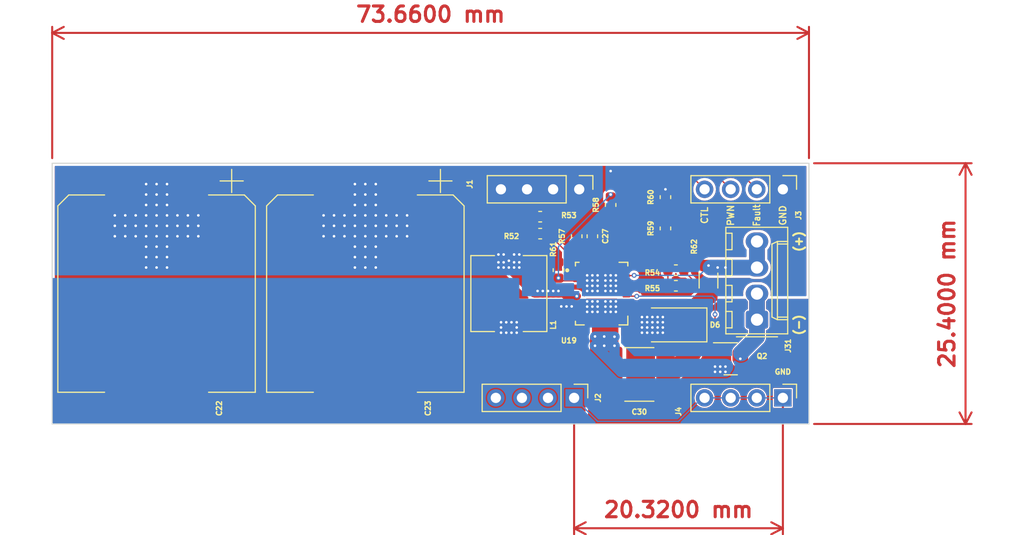
<source format=kicad_pcb>
(kicad_pcb (version 20211014) (generator pcbnew)
  (layers (0 "F.Cu" signal) (31 "B.Cu" signal) (34 "B.Paste" user) (35 "F.Paste" user) (36 "B.SilkS" user "B.Silkscreen") (37 "F.SilkS" user "F.Silkscreen") (38 "B.Mask" user) (39 "F.Mask" user) (44 "Edge.Cuts" user))
  (net 0 "")
  (net 1 "Net-(J31-Pad1)")
  (net 2 "Net-(J31-Pad3)")
  (net 3 "/FB")
  (net 4 "LED_PWM")
  (net 5 "+15V")
  (net 6 "Net-(C27-Pad1)")
  (net 7 "Net-(C30-Pad1)")
  (net 8 "Net-(U19-Pad1)")
  (net 11 "GND2")
  (net 12 "Net-(D6-Pad2)")
  (net 13 "LED_CTL")
  (net 14 "Net-(R59-Pad2)")
  (net 15 "Net-(Q2-Pad1)")
  (net 16 "Net-(R57-Pad1)")
  (net 17 "Net-(R58-Pad2)")
  (net 18 "Net-(R59-Pad1)")
  (net 19 "LED_Open_Fault_B")
  (footprint "Capacitor_SMD:C_0603_1608Metric" (layer "F.Cu") (at 220.218 144.907 180)
    (fp_text reference "R53" (at -2.794 0.127) (layer "F.SilkS") (effects (font (size 0.508 0.508) (thickness 0.127))))
    (fp_text value "100k" hide)
    (pad "1" smd roundrect (at -0.775 0 180) (size 0.9 0.95) (layers "F.Cu" "F.Paste" "F.Mask") (net 8 "Net-(U19-Pad1)"))
    (pad "2" smd roundrect (at 0.775 0 180) (size 0.9 0.95) (layers "F.Cu" "F.Paste" "F.Mask") (net 11 "GND2"))
  )
  (footprint "Capacitor_SMD:C_0603_1608Metric" (layer "F.Cu") (at 225.298 146.812 90)
    (fp_text reference "C27" (at 0 1.27 90) (layer "F.SilkS") (effects (font (size 0.508 0.508) (thickness 0.127))))
    (fp_text value "4.7uF" hide)
    (pad "1" smd roundrect (at -0.775 0 90) (size 0.9 0.95) (layers "F.Cu" "F.Paste" "F.Mask") (net 6 "Net-(C27-Pad1)"))
    (pad "2" smd roundrect (at 0.775 0 90) (size 0.9 0.95) (layers "F.Cu" "F.Paste" "F.Mask") (net 11 "GND2"))
  )
  (footprint "Project:CONV_LT3958EUHE#PBF" (layer "F.Cu") (at 226.2 152.4)
    (fp_text reference "U19" (at -3.188 4.572) (layer "F.SilkS") (effects (font (size 0.508 0.508) (thickness 0.127))))
    (fp_text value "LT3956")
    (pad "1" smd rect (at -2.4 -2.25) (size 0.7 0.25) (layers "F.Cu" "F.Paste" "F.Mask") (net 8 "Net-(U19-Pad1)"))
    (pad "2" smd rect (at -2.4 -1.75) (size 0.7 0.25) (layers "F.Cu" "F.Paste" "F.Mask") (net 8 "Net-(U19-Pad1)"))
    (pad "3" smd rect (at -2.4 -1.25) (size 0.7 0.25) (layers "F.Cu" "F.Paste" "F.Mask") (net 17 "Net-(R58-Pad2)"))
    (pad "4" smd rect (at -2.4 -0.75) (size 0.7 0.25) (layers "F.Cu" "F.Paste" "F.Mask") (net 11 "GND2"))
    (pad "6" smd rect (at -2.4 0.25) (size 0.7 0.25) (layers "F.Cu" "F.Paste" "F.Mask") (net 5 "+15V"))
    (pad "8" smd rect (at -2.4 1.25) (size 0.7 0.25) (layers "F.Cu" "F.Paste" "F.Mask") (net 12 "Net-(D6-Pad2)"))
    (pad "9" smd rect (at -2.4 1.75) (size 0.7 0.25) (layers "F.Cu" "F.Paste" "F.Mask") (net 12 "Net-(D6-Pad2)"))
    (pad "10" smd rect (at -2.4 2.25) (size 0.7 0.25) (layers "F.Cu" "F.Paste" "F.Mask"))
    (pad "12" smd rect (at -1.25 2.9 90) (size 0.7 0.25) (layers "F.Cu" "F.Paste" "F.Mask") (net 11 "GND2"))
    (pad "13" smd rect (at -0.75 2.9 90) (size 0.7 0.25) (layers "F.Cu" "F.Paste" "F.Mask") (net 11 "GND2"))
    (pad "14" smd rect (at -0.25 2.9 90) (size 0.7 0.25) (layers "F.Cu" "F.Paste" "F.Mask") (net 11 "GND2"))
    (pad "15" smd rect (at 0.25 2.9 90) (size 0.7 0.25) (layers "F.Cu" "F.Paste" "F.Mask") (net 11 "GND2"))
    (pad "16" smd rect (at 0.75 2.9 90) (size 0.7 0.25) (layers "F.Cu" "F.Paste" "F.Mask") (net 11 "GND2"))
    (pad "17" smd rect (at 1.25 2.9 90) (size 0.7 0.25) (layers "F.Cu" "F.Paste" "F.Mask") (net 11 "GND2"))
    (pad "20" smd rect (at 2.4 1.75 180) (size 0.7 0.25) (layers "F.Cu" "F.Paste" "F.Mask") (net 12 "Net-(D6-Pad2)"))
    (pad "21" smd rect (at 2.4 1.25 180) (size 0.7 0.25) (layers "F.Cu" "F.Paste" "F.Mask") (net 12 "Net-(D6-Pad2)"))
    (pad "23" smd rect (at 2.4 0.25 180) (size 0.7 0.25) (layers "F.Cu" "F.Paste" "F.Mask") (net 15 "Net-(Q2-Pad1)"))
    (pad "24" smd rect (at 2.4 -0.25 180) (size 0.7 0.25) (layers "F.Cu" "F.Paste" "F.Mask") (net 11 "GND2"))
    (pad "25" smd rect (at 2.4 -0.75 180) (size 0.7 0.25) (layers "F.Cu" "F.Paste" "F.Mask") (net 3 "/FB"))
    (pad "27" smd rect (at 2.4 -1.75 180) (size 0.7 0.25) (layers "F.Cu" "F.Paste" "F.Mask") (net 2 "Net-(J31-Pad3)"))
    (pad "28" smd rect (at 2.4 -2.25 180) (size 0.7 0.25) (layers "F.Cu" "F.Paste" "F.Mask") (net 7 "Net-(C30-Pad1)"))
    (pad "30" smd rect (at 1.25 -2.9 270) (size 0.7 0.25) (layers "F.Cu" "F.Paste" "F.Mask") (net 18 "Net-(R59-Pad1)"))
    (pad "31" smd rect (at 0.75 -2.9 270) (size 0.7 0.25) (layers "F.Cu" "F.Paste" "F.Mask") (net 13 "LED_CTL"))
    (pad "32" smd rect (at 0.25 -2.9 270) (size 0.7 0.25) (layers "F.Cu" "F.Paste" "F.Mask"))
    (pad "33" smd rect (at -0.25 -2.9 270) (size 0.7 0.25) (layers "F.Cu" "F.Paste" "F.Mask") (net 4 "LED_PWM"))
    (pad "34" smd rect (at -0.75 -2.9 270) (size 0.7 0.25) (layers "F.Cu" "F.Paste" "F.Mask") (net 19 "LED_Open_Fault_B"))
    (pad "35" smd rect (at -1.25 -2.9 270) (size 0.7 0.25) (layers "F.Cu" "F.Paste" "F.Mask") (net 6 "Net-(C27-Pad1)"))
    (pad "36" smd rect (at -1.75 -2.9 270) (size 0.7 0.25) (layers "F.Cu" "F.Paste" "F.Mask") (net 16 "Net-(R57-Pad1)"))
    (pad "37" smd rect (at 0 -1.06) (size 3 1.88) (layers "F.Cu" "F.Mask") (net 11 "GND2"))
    (pad "38" smd rect (at 0 1.245) (size 3 1.53) (layers "F.Cu" "F.Mask") (net 12 "Net-(D6-Pad2)"))
  )
  (footprint "Diode_SMD:D_SMA" (layer "F.Cu") (at 233.045 155.448 180)
    (fp_text reference "D6" (at -4.191 0) (layer "F.SilkS") (effects (font (size 0.508 0.508) (thickness 0.127))))
    (fp_text value "PD3100")
    (pad "1" smd rect (at -2 0 180) (size 2.5 1.8) (layers "F.Cu" "F.Paste" "F.Mask") (net 7 "Net-(C30-Pad1)"))
    (pad "2" smd rect (at 2 0 180) (size 2.5 1.8) (layers "F.Cu" "F.Paste" "F.Mask") (net 12 "Net-(D6-Pad2)"))
  )
  (footprint "Capacitor_SMD:C_0603_1608Metric" (layer "F.Cu") (at 227.076 143.764 90)
    (fp_text reference "R58" (at 0 -1.43 90) (layer "F.SilkS") (effects (font (size 0.508 0.508) (thickness 0.127))))
    (fp_text value "100k" hide)
    (pad "1" smd roundrect (at -0.775 0 90) (size 0.9 0.95) (layers "F.Cu" "F.Paste" "F.Mask") (net 19 "LED_Open_Fault_B"))
    (pad "2" smd roundrect (at 0.775 0 90) (size 0.9 0.95) (layers "F.Cu" "F.Paste" "F.Mask") (net 17 "Net-(R58-Pad2)"))
  )
  (footprint "Connector_Molex:Molex_KK-254_AE-6410-04A_1x04_P2.54mm_Vertical" (layer "F.Cu") (at 241.32 154.94 90)
    (fp_text reference "J31" (at -2.54 3.028 90) (layer "F.SilkS") (effects (font (size 0.508 0.508) (thickness 0.127))))
    (fp_text value "Output_LED")
    (pad "1" thru_hole roundrect (at 0 0 90) (size 1.74 2.19) (drill 1.19) (layers *.Cu *.Mask) (roundrect_rratio 0.143678) (net 1 "Net-(J31-Pad1)"))
    (pad "2" thru_hole oval (at 2.54 0 90) (size 1.74 2.19) (drill 1.19) (layers *.Cu *.Mask) (net 1 "Net-(J31-Pad1)"))
    (pad "3" thru_hole oval (at 5.08 0 90) (size 1.74 2.19) (drill 1.19) (layers *.Cu *.Mask) (net 2 "Net-(J31-Pad3)"))
    (pad "4" thru_hole oval (at 7.62 0 90) (size 1.74 2.19) (drill 1.19) (layers *.Cu *.Mask) (net 2 "Net-(J31-Pad3)"))
  )
  (footprint "Project:CDRH74" (layer "F.Cu") (at 217.17 152.4 -90)
    (fp_text reference "L1" (at 3.048 -4.318 90) (layer "F.SilkS") (effects (font (size 0.508 0.508) (thickness 0.127))))
    (fp_text value "22u")
    (pad "1" smd rect (at -3.2 0 270) (size 1.6 2.2) (layers "F.Cu" "F.Paste" "F.Mask") (net 5 "+15V"))
    (pad "2" smd rect (at 3.2 0 270) (size 1.6 2.2) (layers "F.Cu" "F.Paste" "F.Mask") (net 12 "Net-(D6-Pad2)"))
  )
  (footprint "Capacitor_SMD:C_0603_1608Metric" (layer "F.Cu") (at 232.41 143.002 90)
    (fp_text reference "R60" (at 0 -1.43 90) (layer "F.SilkS") (effects (font (size 0.508 0.508) (thickness 0.127))))
    (fp_text value "4.7nF1")
    (pad "1" smd roundrect (at -0.775 0 90) (size 0.9 0.95) (layers "F.Cu" "F.Paste" "F.Mask") (net 14 "Net-(R59-Pad2)"))
    (pad "2" smd roundrect (at 0.775 0 90) (size 0.9 0.95) (layers "F.Cu" "F.Paste" "F.Mask") (net 11 "GND2"))
  )
  (footprint "Capacitor_SMD:C_0603_1608Metric" (layer "F.Cu") (at 223.774 146.812 90)
    (fp_text reference "R57" (at 0 -1.43 90) (layer "F.SilkS") (effects (font (size 0.508 0.508) (thickness 0.127))))
    (fp_text value "10k" hide)
    (pad "1" smd roundrect (at -0.775 0 90) (size 0.9 0.95) (layers "F.Cu" "F.Paste" "F.Mask") (net 16 "Net-(R57-Pad1)"))
    (pad "2" smd roundrect (at 0.775 0 90) (size 0.9 0.95) (layers "F.Cu" "F.Paste" "F.Mask") (net 11 "GND2"))
  )
  (footprint "Capacitor_SMD:C_0603_1608Metric" (layer "F.Cu") (at 220.218 146.558)
    (fp_text reference "R52" (at -2.794 0.254) (layer "F.SilkS") (effects (font (size 0.508 0.508) (thickness 0.127))))
    (fp_text value "332k" hide)
    (pad "1" smd roundrect (at -0.775 0) (size 0.9 0.95) (layers "F.Cu" "F.Paste" "F.Mask") (net 5 "+15V"))
    (pad "2" smd roundrect (at 0.775 0) (size 0.9 0.95) (layers "F.Cu" "F.Paste" "F.Mask") (net 8 "Net-(U19-Pad1)"))
  )
  (footprint "Capacitor_SMD:CP_Elec_18x22" (layer "F.Cu") (at 182.88 152.4 -90)
    (fp_text reference "C22" (at 11.176 -6.096 90) (layer "F.SilkS") (effects (font (size 0.508 0.508) (thickness 0.127))))
    (fp_text value "3300uF")
    (pad "1" smd roundrect (at -6.75 0 270) (size 8.8 9.6) (layers "F.Cu" "F.Paste" "F.Mask") (roundrect_rratio 0.028409) (net 5 "+15V"))
    (pad "2" smd roundrect (at 6.75 0 270) (size 8.8 9.6) (layers "F.Cu" "F.Paste" "F.Mask") (roundrect_rratio 0.028409) (net 11 "GND2"))
  )
  (footprint "Capacitor_SMD:C_0603_1608Metric" (layer "F.Cu") (at 233.426 151.638)
    (fp_text reference "R55" (at -2.286 0.254) (layer "F.SilkS") (effects (font (size 0.508 0.508) (thickness 0.127))))
    (fp_text value "16.2k" hide)
    (pad "1" smd roundrect (at -0.775 0) (size 0.9 0.95) (layers "F.Cu" "F.Paste" "F.Mask") (net 3 "/FB"))
    (pad "2" smd roundrect (at 0.775 0) (size 0.9 0.95) (layers "F.Cu" "F.Paste" "F.Mask") (net 11 "GND2"))
  )
  (footprint "Capacitor_SMD:C_2220_5650Metric" (layer "F.Cu") (at 229.87 160.274 180)
    (fp_text reference "C30" (at 0 -3.65) (layer "F.SilkS") (effects (font (size 0.508 0.508) (thickness 0.127))))
    (fp_text value "22uF")
    (pad "1" smd roundrect (at -2.55 0 180) (size 1.8 5.4) (layers "F.Cu" "F.Paste" "F.Mask") (roundrect_rratio 0.138889) (net 7 "Net-(C30-Pad1)"))
    (pad "2" smd roundrect (at 2.55 0 180) (size 1.8 5.4) (layers "F.Cu" "F.Paste" "F.Mask") (roundrect_rratio 0.138889) (net 11 "GND2"))
  )
  (footprint "Capacitor_SMD:C_0603_1608Metric" (layer "F.Cu") (at 232.41 146.05 90)
    (fp_text reference "R59" (at 0 -1.43 90) (layer "F.SilkS") (effects (font (size 0.508 0.508) (thickness 0.127))))
    (fp_text value "33k")
    (pad "1" smd roundrect (at -0.775 0 90) (size 0.9 0.95) (layers "F.Cu" "F.Paste" "F.Mask") (net 18 "Net-(R59-Pad1)"))
    (pad "2" smd roundrect (at 0.775 0 90) (size 0.9 0.95) (layers "F.Cu" "F.Paste" "F.Mask") (net 14 "Net-(R59-Pad2)"))
  )
  (footprint "Capacitor_SMD:CP_Elec_18x22" (layer "F.Cu") (at 203.2 152.4 -90)
    (fp_text reference "C23" (at 11.176 -6.096 90) (layer "F.SilkS") (effects (font (size 0.508 0.508) (thickness 0.127))))
    (fp_text value "3300uF")
    (pad "1" smd roundrect (at -6.75 0 270) (size 8.8 9.6) (layers "F.Cu" "F.Paste" "F.Mask") (roundrect_rratio 0.028409) (net 5 "+15V"))
    (pad "2" smd roundrect (at 6.75 0 270) (size 8.8 9.6) (layers "F.Cu" "F.Paste" "F.Mask") (roundrect_rratio 0.028409) (net 11 "GND2"))
  )
  (footprint "Resistor_SMD:R_1206_3216Metric" (layer "F.Cu") (at 236.601 151.13 90)
    (fp_text reference "R62" (at 3.302 -1.397 90) (layer "F.SilkS") (effects (font (size 0.508 0.508) (thickness 0.127))))
    (fp_text value "0.147")
    (pad "1" smd roundrect (at -1.4625 0 90) (size 1.125 1.75) (layers "F.Cu" "F.Paste" "F.Mask") (roundrect_rratio 0.222222) (net 7 "Net-(C30-Pad1)"))
    (pad "2" smd roundrect (at 1.4625 0 90) (size 1.125 1.75) (layers "F.Cu" "F.Paste" "F.Mask") (roundrect_rratio 0.222222) (net 2 "Net-(J31-Pad3)"))
  )
  (footprint "Package_TO_SOT_SMD:SOT-23" (layer "F.Cu") (at 238.76 158.75)
    (fp_text reference "Q2" (at 3.048 -0.254) (layer "F.SilkS") (effects (font (size 0.508 0.508) (thickness 0.127))))
    (fp_text value "AO3400A")
    (pad "1" smd roundrect (at -0.9375 -0.95) (size 1.475 0.6) (layers "F.Cu" "F.Paste" "F.Mask") (net 15 "Net-(Q2-Pad1)"))
    (pad "2" smd roundrect (at -0.9375 0.95) (size 1.475 0.6) (layers "F.Cu" "F.Paste" "F.Mask") (net 11 "GND2"))
    (pad "3" smd roundrect (at 0.9375 0) (size 1.475 0.6) (layers "F.Cu" "F.Paste" "F.Mask") (net 1 "Net-(J31-Pad1)"))
  )
  (footprint "Connector_PinHeader_2.54mm:PinHeader_1x04_P2.54mm_Vertical" (layer "F.Cu") (at 243.84 142.24 -90)
    (fp_text reference "J3" (at 2.54 -1.524 90) (layer "F.SilkS") (effects (font (size 0.508 0.508) (thickness 0.127))))
    (fp_text value "Control")
    (pad "1" thru_hole rect (at 0 0 270) (size 1.7 1.7) (drill 1) (layers *.Cu *.Mask) (net 11 "GND2"))
    (pad "2" thru_hole oval (at 0 2.54 270) (size 1.7 1.7) (drill 1) (layers *.Cu *.Mask) (net 19 "LED_Open_Fault_B"))
    (pad "3" thru_hole oval (at 0 5.08 270) (size 1.7 1.7) (drill 1) (layers *.Cu *.Mask) (net 4 "LED_PWM"))
    (pad "4" thru_hole oval (at 0 7.62 270) (size 1.7 1.7) (drill 1) (layers *.Cu *.Mask) (net 13 "LED_CTL"))
  )
  (footprint "Connector_PinHeader_2.54mm:PinHeader_1x04_P2.54mm_Vertical" (layer "F.Cu") (at 243.84 162.56 -90)
    (fp_text reference "J4" (at 1.33 10.16 90) (layer "F.SilkS") (effects (font (size 0.508 0.508) (thickness 0.127))))
    (fp_text value "GND" (at -2.54 0) (layer "F.SilkS") (effects (font (size 0.508 0.508) (thickness 0.127))))
    (pad "1" thru_hole rect (at 0 0 270) (size 1.7 1.7) (drill 1) (layers *.Cu *.Mask) (net 11 "GND2"))
    (pad "2" thru_hole oval (at 0 2.54 270) (size 1.7 1.7) (drill 1) (layers *.Cu *.Mask) (net 11 "GND2"))
    (pad "3" thru_hole oval (at 0 5.08 270) (size 1.7 1.7) (drill 1) (layers *.Cu *.Mask) (net 11 "GND2"))
    (pad "4" thru_hole oval (at 0 7.62 270) (size 1.7 1.7) (drill 1) (layers *.Cu *.Mask) (net 11 "GND2"))
  )
  (footprint "Connector_PinHeader_2.54mm:PinHeader_1x04_P2.54mm_Vertical" (layer "F.Cu") (at 224.018 142.24 -90)
    (fp_text reference "J1" (at -0.508 10.658 90) (layer "F.SilkS") (effects (font (size 0.508 0.508) (thickness 0.127))))
    (fp_text value "(+) 80V max")
    (pad "1" thru_hole rect (at 0 0 270) (size 1.7 1.7) (drill 1) (layers *.Cu *.Mask) (net 5 "+15V"))
    (pad "2" thru_hole oval (at 0 2.54 270) (size 1.7 1.7) (drill 1) (layers *.Cu *.Mask) (net 5 "+15V"))
    (pad "3" thru_hole oval (at 0 5.08 270) (size 1.7 1.7) (drill 1) (layers *.Cu *.Mask) (net 5 "+15V"))
    (pad "4" thru_hole oval (at 0 7.62 270) (size 1.7 1.7) (drill 1) (layers *.Cu *.Mask) (net 5 "+15V"))
  )
  (footprint "Capacitor_SMD:C_0603_1608Metric" (layer "F.Cu") (at 221.996 150.114 90)
    (fp_text reference "R61" (at 2.032 -0.508 90) (layer "F.SilkS") (effects (font (size 0.508 0.508) (thickness 0.127))))
    (fp_text value "4.7uF" hide)
    (pad "1" smd roundrect (at -0.775 0 90) (size 0.9 0.95) (layers "F.Cu" "F.Paste" "F.Mask") (net 17 "Net-(R58-Pad2)"))
    (pad "2" smd roundrect (at 0.775 0 90) (size 0.9 0.95) (layers "F.Cu" "F.Paste" "F.Mask") (net 11 "GND2"))
  )
  (footprint "Connector_PinHeader_2.54mm:PinHeader_1x04_P2.54mm_Vertical" (layer "F.Cu") (at 223.52 162.56 -90)
    (fp_text reference "J2" (at 0 -2.33 90) (layer "F.SilkS") (effects (font (size 0.508 0.508) (thickness 0.127))))
    (fp_text value "Pow GND")
    (pad "1" thru_hole rect (at 0 0 270) (size 1.7 1.7) (drill 1) (layers *.Cu *.Mask) (net 11 "GND2"))
    (pad "2" thru_hole oval (at 0 2.54 270) (size 1.7 1.7) (drill 1) (layers *.Cu *.Mask) (net 11 "GND2"))
    (pad "3" thru_hole oval (at 0 5.08 270) (size 1.7 1.7) (drill 1) (layers *.Cu *.Mask) (net 11 "GND2"))
    (pad "4" thru_hole oval (at 0 7.62 270) (size 1.7 1.7) (drill 1) (layers *.Cu *.Mask) (net 11 "GND2"))
  )
  (footprint "Capacitor_SMD:C_0603_1608Metric" (layer "F.Cu") (at 233.426 150.114 180)
    (fp_text reference "R54" (at 2.286 -0.254) (layer "F.SilkS") (effects (font (size 0.508 0.508) (thickness 0.127))))
    (fp_text value "1M" hide)
    (pad "1" smd roundrect (at -0.775 0 180) (size 0.9 0.95) (layers "F.Cu" "F.Paste" "F.Mask") (net 7 "Net-(C30-Pad1)"))
    (pad "2" smd roundrect (at 0.775 0 180) (size 0.9 0.95) (layers "F.Cu" "F.Paste" "F.Mask") (net 3 "/FB"))
  )
  (gr_line (start 172.72 139.7) (end 172.72 165.1) (layer "Edge.Cuts") (width 0.1))
  (gr_line (start 246.38 139.7) (end 172.72 139.7) (layer "Edge.Cuts") (width 0.1))
  (gr_line (start 172.72 165.1) (end 246.38 165.1) (layer "Edge.Cuts") (width 0.1))
  (gr_line (start 246.38 165.1) (end 246.38 139.7) (layer "Edge.Cuts") (width 0.1))
  (gr_text "(+)" (at 245.364 147.32 90) (layer "F.SilkS") (effects (font (size 0.762 0.762) (thickness 0.1905))))
  (gr_text "(-)" (at 245.364 155.448 90) (layer "F.SilkS") (effects (font (size 0.762 0.762) (thickness 0.1905))))
  (gr_text "Fault" (at 241.3 144.78 90) (layer "F.SilkS") (effects (font (size 0.635 0.5588) (thickness 0.127))))
  (gr_text "CTL" (at 236.22 144.78 90) (layer "F.SilkS") (effects (font (size 0.635 0.635) (thickness 0.127))))
  (gr_text "GND" (at 243.84 144.78 90) (layer "F.SilkS") (effects (font (size 0.635 0.635) (thickness 0.127))))
  (gr_text "PWN" (at 238.76 144.78 90) (layer "F.SilkS") (effects (font (size 0.635 0.635) (thickness 0.127))))
  (dimension (type aligned) (layer "F.Cu") (pts (xy 246.38 139.7) (xy 246.38 165.1)) (height -15.24) (gr_text "1000.0000 mils" (at 259.82 152.4 90) (layer "F.Cu") (effects (font (size 1.5 1.5) (thickness 0.3)))) (format (units 3) (units_format 1) (precision 4)) (style (thickness 0.2) (arrow_length 1.27) (text_position_mode 0) (extension_height 0.58642) (extension_offset 0.5) keep_text_aligned))
  (dimension (type aligned) (layer "F.Cu") (pts (xy 172.72 139.7) (xy 246.38 139.7)) (height -12.7) (gr_text "2900.0000 mils" (at 209.55 125.2) (layer "F.Cu") (effects (font (size 1.5 1.5) (thickness 0.3)))) (format (units 3) (units_format 1) (precision 4)) (style (thickness 0.2) (arrow_length 1.27) (text_position_mode 0) (extension_height 0.58642) (extension_offset 0.5) keep_text_aligned))
  (dimension (type aligned) (layer "F.Cu") (pts (xy 223.52 162.56) (xy 243.84 162.56)) (height 12.7) (gr_text "800.0000 mils" (at 233.68 173.46) (layer "F.Cu") (effects (font (size 1.5 1.5) (thickness 0.3)))) (format (units 3) (units_format 1) (precision 4)) (style (thickness 0.2) (arrow_length 1.27) (text_position_mode 0) (extension_height 0.58642) (extension_offset 0.5) keep_text_aligned))
  (segment (start 241.31999 152.4) (end 241.31999 154.94) (width 1.524) (layer "F.Cu") (net 1))
  (segment (start 239.6975 158.242) (end 241.32 156.6195) (width 1.524) (layer "F.Cu") (net 1))
  (segment (start 241.32 156.6195) (end 241.32 154.94) (width 1.524) (layer "F.Cu") (net 1))
  (segment (start 239.6975 158.75) (end 239.6975 158.242) (width 1.524) (layer "F.Cu") (net 1))
  (via (at 239.6975 158.75) (size 0.4572) (drill 0.254) (layers "F.Cu" "B.Cu") (net 1))
  (segment (start 239.776 158.242) (end 239.776 158.1635) (width 1.524) (layer "B.Cu") (net 1))
  (segment (start 241.31999 152.4) (end 241.31999 154.94) (width 1.524) (layer "B.Cu") (net 1))
  (segment (start 241.32 156.6195) (end 241.32 154.94) (width 1.524) (layer "B.Cu") (net 1))
  (segment (start 239.776 158.1635) (end 241.32 156.6195) (width 1.524) (layer "B.Cu") (net 1))
  (segment (start 228.6 150.65) (end 229.334 150.65) (width 0.127) (layer "F.Cu") (net 2))
  (segment (start 236.601 149.6675) (end 236.7935 149.86) (width 0.127) (layer "F.Cu") (net 2))
  (segment (start 229.334 150.65) (end 229.362 150.622) (width 0.127) (layer "F.Cu") (net 2))
  (segment (start 237.49 149.86) (end 238.252 149.86) (width 1.524) (layer "F.Cu") (net 2))
  (segment (start 238.252 149.86) (end 241.31999 149.86) (width 1.524) (layer "F.Cu") (net 2))
  (segment (start 236.793507 149.86) (end 237.49 149.86) (width 1.524) (layer "F.Cu") (net 2))
  (segment (start 241.31999 149.86) (end 241.31999 147.32) (width 1.524) (layer "F.Cu") (net 2))
  (via (at 229.362 150.622) (size 0.4572) (drill 0.254) (layers "F.Cu" "B.Cu") (net 2))
  (via (at 238.252 149.86) (size 0.4572) (drill 0.254) (layers "F.Cu" "B.Cu") (net 2))
  (via (at 236.601 149.6675) (size 0.4572) (drill 0.254) (layers "F.Cu" "B.Cu") (net 2))
  (via (at 237.49 149.86) (size 0.4572) (drill 0.254) (layers "F.Cu" "B.Cu") (net 2))
  (segment (start 236.728 149.606) (end 236.6625 149.606) (width 0.127) (layer "B.Cu") (net 2))
  (segment (start 236.793507 149.86) (end 241.31999 149.86) (width 1.524) (layer "B.Cu") (net 2))
  (segment (start 241.31999 149.86) (end 241.31999 147.32) (width 1.524) (layer "B.Cu") (net 2))
  (segment (start 229.362 150.622) (end 235.712 150.622) (width 0.127) (layer "B.Cu") (net 2))
  (segment (start 235.712 150.622) (end 236.728 149.606) (width 0.127) (layer "B.Cu") (net 2))
  (segment (start 236.6625 149.606) (end 236.601 149.6675) (width 0.127) (layer "B.Cu") (net 2))
  (segment (start 232.651 151.638) (end 232.639 151.65) (width 0.127) (layer "F.Cu") (net 3))
  (segment (start 232.639 151.65) (end 228.6 151.65) (width 0.127) (layer "F.Cu") (net 3))
  (segment (start 232.651 151.638) (end 232.651 150.114) (width 0.127) (layer "F.Cu") (net 3))
  (segment (start 226.216531 148.088913) (end 226.216531 146.596543) (width 0.127) (layer "F.Cu") (net 4))
  (segment (start 225.95 149.5) (end 225.95 148.355444) (width 0.127) (layer "F.Cu") (net 4))
  (segment (start 231.988094 140.82498) (end 237.34498 140.82498) (width 0.127) (layer "F.Cu") (net 4))
  (segment (start 237.34498 140.82498) (end 238.76 142.24) (width 0.127) (layer "F.Cu") (net 4))
  (segment (start 226.216531 146.596543) (end 231.988094 140.82498) (width 0.127) (layer "F.Cu") (net 4))
  (segment (start 225.95 148.355444) (end 226.216531 148.088913) (width 0.127) (layer "F.Cu") (net 4))
  (segment (start 222.754 152.65) (end 222.25 152.146) (width 0.762) (layer "F.Cu") (net 5))
  (segment (start 222.25 152.146) (end 221.996 152.146) (width 1.27) (layer "F.Cu") (net 5))
  (segment (start 218.186 147.815) (end 218.186 148.59) (width 0.127) (layer "F.Cu") (net 5))
  (segment (start 219.71 152.146) (end 217.17 149.606) (width 1.27) (layer "F.Cu") (net 5))
  (segment (start 219.964 152.146) (end 219.71 152.146) (width 1.27) (layer "F.Cu") (net 5))
  (segment (start 221.488 152.146) (end 220.98 152.146) (width 1.27) (layer "F.Cu") (net 5))
  (segment (start 219.443 146.558) (end 218.186 147.815) (width 0.127) (layer "F.Cu") (net 5))
  (segment (start 220.472 152.146) (end 219.964 152.146) (width 1.27) (layer "F.Cu") (net 5))
  (segment (start 221.996 152.146) (end 221.488 152.146) (width 1.27) (layer "F.Cu") (net 5))
  (segment (start 217.17 149.606) (end 217.17 149.2) (width 1.27) (layer "F.Cu") (net 5))
  (segment (start 220.98 152.146) (end 220.472 152.146) (width 1.27) (layer "F.Cu") (net 5))
  (segment (start 223.778 152.65) (end 222.754 152.65) (width 0.762) (layer "F.Cu") (net 5))
  (segment (start 223.799999 152.65) (end 223.778 152.65) (width 0.762) (layer "F.Cu") (net 5))
  (via (at 223.778 152.65) (size 0.4572) (drill 0.254) (layers "F.Cu" "B.Cu") (net 5))
  (via (at 182.88 144.78) (size 0.4572) (drill 0.254) (layers "F.Cu" "B.Cu") (net 5))
  (via (at 206.248 145.796) (size 0.4572) (drill 0.254) (layers "F.Cu" "B.Cu") (net 5))
  (via (at 203.2 143.764) (size 0.4572) (drill 0.254) (layers "F.Cu" "B.Cu") (net 5))
  (via (at 183.896 147.828) (size 0.4572) (drill 0.254) (layers "F.Cu" "B.Cu") (net 5))
  (via (at 218.186 148.59) (size 0.4572) (drill 0.254) (layers "F.Cu" "B.Cu") (net 5))
  (via (at 183.896 148.844) (size 0.4572) (drill 0.254) (layers "F.Cu" "B.Cu") (net 5))
  (via (at 178.816 146.812) (size 0.4572) (drill 0.254) (layers "F.Cu" "B.Cu") (net 5))
  (via (at 217.17 149.86) (size 0.4572) (drill 0.254) (layers "F.Cu" "B.Cu") (net 5))
  (via (at 202.184 147.828) (size 0.4572) (drill 0.254) (layers "F.Cu" "B.Cu") (net 5))
  (via (at 202.184 148.844) (size 0.4572) (drill 0.254) (layers "F.Cu" "B.Cu") (net 5))
  (via (at 199.136 146.812) (size 0.4572) (drill 0.254) (layers "F.Cu" "B.Cu") (net 5))
  (via (at 204.216 146.812) (size 0.4572) (drill 0.254) (layers "F.Cu" "B.Cu") (net 5))
  (via (at 182.88 142.748) (size 0.4572) (drill 0.254) (layers "F.Cu" "B.Cu") (net 5))
  (via (at 186.944 144.78) (size 0.4572) (drill 0.254) (layers "F.Cu" "B.Cu") (net 5))
  (via (at 207.264 144.78) (size 0.4572) (drill 0.254) (layers "F.Cu" "B.Cu") (net 5))
  (via (at 186.944 146.812) (size 0.4572) (drill 0.254) (layers "F.Cu" "B.Cu") (net 5))
  (via (at 202.184 141.732) (size 0.4572) (drill 0.254) (layers "F.Cu" "B.Cu") (net 5))
  (via (at 178.816 145.796) (size 0.4572) (drill 0.254) (layers "F.Cu" "B.Cu") (net 5))
  (via (at 185.928 145.796) (size 0.4572) (drill 0.254) (layers "F.Cu" "B.Cu") (net 5))
  (via (at 199.136 145.796) (size 0.4572) (drill 0.254) (layers "F.Cu" "B.Cu") (net 5))
  (via (at 179.832 145.796) (size 0.4572) (drill 0.254) (layers "F.Cu" "B.Cu") (net 5))
  (via (at 203.2 141.732) (size 0.4572) (drill 0.254) (layers "F.Cu" "B.Cu") (net 5))
  (via (at 183.896 142.748) (size 0.4572) (drill 0.254) (layers "F.Cu" "B.Cu") (net 5))
  (via (at 220.98 152.146) (size 0.4572) (drill 0.254) (layers "F.Cu" "B.Cu") (net 5))
  (via (at 181.864 143.764) (size 0.4572) (drill 0.254) (layers "F.Cu" "B.Cu") (net 5))
  (via (at 186.944 145.796) (size 0.4572) (drill 0.254) (layers "F.Cu" "B.Cu") (net 5))
  (via (at 182.88 149.86) (size 0.4572) (drill 0.254) (layers "F.Cu" "B.Cu") (net 5))
  (via (at 216.154 149.86) (size 0.4572) (drill 0.254) (layers "F.Cu" "B.Cu") (net 5))
  (via (at 185.928 146.812) (size 0.4572) (drill 0.254) (layers "F.Cu" "B.Cu") (net 5))
  (via (at 216.154 148.59) (size 0.4572) (drill 0.254) (layers "F.Cu" "B.Cu") (net 5))
  (via (at 217.678 148.59) (size 0.4572) (drill 0.254) (layers "F.Cu" "B.Cu") (net 5))
  (via (at 181.864 149.86) (size 0.4572) (drill 0.254) (layers "F.Cu" "B.Cu") (net 5))
  (via (at 204.216 142.748) (size 0.4572) (drill 0.254) (layers "F.Cu" "B.Cu") (net 5))
  (via (at 203.2 148.844) (size 0.4572) (drill 0.254) (layers "F.Cu" "B.Cu") (net 5))
  (via (at 204.216 147.828) (size 0.4572) (drill 0.254) (layers "F.Cu" "B.Cu") (net 5))
  (via (at 202.184 145.796) (size 0.4572) (drill 0.254) (layers "F.Cu" "B.Cu") (net 5))
  (via (at 202.184 146.812) (size 0.4572) (drill 0.254) (layers "F.Cu" "B.Cu") (net 5))
  (via (at 200.152 146.812) (size 0.4572) (drill 0.254) (layers "F.Cu" "B.Cu") (net 5))
  (via (at 180.848 144.78) (size 0.4572) (drill 0.254) (layers "F.Cu" "B.Cu") (net 5))
  (via (at 205.232 146.812) (size 0.4572) (drill 0.254) (layers "F.Cu" "B.Cu") (net 5))
  (via (at 184.912 145.796) (size 0.4572) (drill 0.254) (layers "F.Cu" "B.Cu") (net 5))
  (via (at 204.216 145.796) (size 0.4572) (drill 0.254) (layers "F.Cu" "B.Cu") (net 5))
  (via (at 185.928 144.78) (size 0.4572) (drill 0.254) (layers "F.Cu" "B.Cu") (net 5))
  (via (at 217.678 149.86) (size 0.4572) (drill 0.254) (layers "F.Cu" "B.Cu") (net 5))
  (via (at 202.184 143.764) (size 0.4572) (drill 0.254) (layers "F.Cu" "B.Cu") (net 5))
  (via (at 180.848 145.796) (size 0.4572) (drill 0.254) (layers "F.Cu" "B.Cu") (net 5))
  (via (at 216.662 148.59) (size 0.4572) (drill 0.254) (layers "F.Cu" "B.Cu") (net 5))
  (via (at 218.186 149.352) (size 0.4572) (drill 0.254) (layers "F.Cu" "B.Cu") (net 5))
  (via (at 202.184 142.748) (size 0.4572) (drill 0.254) (layers "F.Cu" "B.Cu") (net 5))
  (via (at 220.472 152.146) (size 0.4572) (drill 0.254) (layers "F.Cu" "B.Cu") (net 5))
  (via (at 217.678 149.352) (size 0.4572) (drill 0.254) (layers "F.Cu" "B.Cu") (net 5))
  (via (at 207.264 145.796) (size 0.4572) (drill 0.254) (layers "F.Cu" "B.Cu") (net 5))
  (via (at 201.168 144.78) (size 0.4572) (drill 0.254) (layers "F.Cu" "B.Cu") (net 5))
  (via (at 184.912 144.78) (size 0.4572) (drill 0.254) (layers "F.Cu" "B.Cu") (net 5))
  (via (at 183.896 149.86) (size 0.4572) (drill 0.254) (layers "F.Cu" "B.Cu") (net 5))
  (via (at 182.88 146.812) (size 0.4572) (drill 0.254) (layers "F.Cu" "B.Cu") (net 5))
  (via (at 203.2 146.812) (size 0.4572) (drill 0.254) (layers "F.Cu" "B.Cu") (net 5))
  (via (at 216.662 149.86) (size 0.4572) (drill 0.254) (layers "F.Cu" "B.Cu") (net 5))
  (via (at 203.2 147.828) (size 0.4572) (drill 0.254) (layers "F.Cu" "B.Cu") (net 5))
  (via (at 206.248 146.812) (size 0.4572) (drill 0.254) (layers "F.Cu" "B.Cu") (net 5))
  (via (at 218.186 149.86) (size 0.4572) (drill 0.254) (layers "F.Cu" "B.Cu") (net 5))
  (via (at 179.832 146.812) (size 0.4572) (drill 0.254) (layers "F.Cu" "B.Cu") (net 5))
  (via (at 181.864 141.732) (size 0.4572) (drill 0.254) (layers "F.Cu" "B.Cu") (net 5))
  (via (at 183.896 141.732) (size 0.4572) (drill 0.254) (layers "F.Cu" "B.Cu") (net 5))
  (via (at 203.2 144.78) (size 0.4572) (drill 0.254) (layers "F.Cu" "B.Cu") (net 5))
  (via (at 178.816 144.78) (size 0.4572) (drill 0.254) (layers "F.Cu" "B.Cu") (net 5))
  (via (at 203.2 145.796) (size 0.4572) (drill 0.254) (layers "F.Cu" "B.Cu") (net 5))
  (via (at 216.662 149.352) (size 0.4572) (drill 0.254) (layers "F.Cu" "B.Cu") (net 5))
  (via (at 181.864 145.796) (size 0.4572) (drill 0.254) (layers "F.Cu" "B.Cu") (net 5))
  (via (at 181.864 146.812) (size 0.4572) (drill 0.254) (layers "F.Cu" "B.Cu") (net 5))
  (via (at 179.832 144.78) (size 0.4572) (drill 0.254) (layers "F.Cu" "B.Cu") (net 5))
  (via (at 201.168 146.812) (size 0.4572) (drill 0.254) (layers "F.Cu" "B.Cu") (net 5))
  (via (at 204.216 141.732) (size 0.4572) (drill 0.254) (layers "F.Cu" "B.Cu") (net 5))
  (via (at 199.136 144.78) (size 0.4572) (drill 0.254) (layers "F.Cu" "B.Cu") (net 5))
  (via (at 183.896 146.812) (size 0.4572) (drill 0.254) (layers "F.Cu" "B.Cu") (net 5))
  (via (at 216.154 149.352) (size 0.4572) (drill 0.254) (layers "F.Cu" "B.Cu") (net 5))
  (via (at 203.2 142.748) (size 0.4572) (drill 0.254) (layers "F.Cu" "B.Cu") (net 5))
  (via (at 182.88 141.732) (size 0.4572) (drill 0.254) (layers "F.Cu" "B.Cu") (net 5))
  (via (at 221.996 152.146) (size 0.4572) (drill 0.254) (layers "F.Cu" "B.Cu") (net 5))
  (via (at 200.152 145.796) (size 0.4572) (drill 0.254) (layers "F.Cu" "B.Cu") (net 5))
  (via (at 204.216 148.844) (size 0.4572) (drill 0.254) (layers "F.Cu" "B.Cu") (net 5))
  (via (at 180.848 146.812) (size 0.4572) (drill 0.254) (layers "F.Cu" "B.Cu") (net 5))
  (via (at 181.864 144.78) (size 0.4572) (drill 0.254) (layers "F.Cu" "B.Cu") (net 5))
  (via (at 205.232 144.78) (size 0.4572) (drill 0.254) (layers "F.Cu" "B.Cu") (net 5))
  (via (at 204.216 143.764) (size 0.4572) (drill 0.254) (layers "F.Cu" "B.Cu") (net 5))
  (via (at 182.88 147.828) (size 0.4572) (drill 0.254) (layers "F.Cu" "B.Cu") (net 5))
  (via (at 183.896 143.764) (size 0.4572) (drill 0.254) (layers "F.Cu" "B.Cu") (net 5))
  (via (at 221.488 152.146) (size 0.4572) (drill 0.254) (layers "F.Cu" "B.Cu") (net 5))
  (via (at 181.864 147.828) (size 0.4572) (drill 0.254) (layers "F.Cu" "B.Cu") (net 5))
  (via (at 182.88 143.764) (size 0.4572) (drill 0.254) (layers "F.Cu" "B.Cu") (net 5))
  (via (at 203.2 149.86) (size 0.4572) (drill 0.254) (layers "F.Cu" "B.Cu") (net 5))
  (via (at 207.264 146.812) (size 0.4572) (drill 0.254) (layers "F.Cu" "B.Cu") (net 5))
  (via (at 181.864 142.748) (size 0.4572) (drill 0.254) (layers "F.Cu" "B.Cu") (net 5))
  (via (at 202.184 144.78) (size 0.4572) (drill 0.254) (layers "F.Cu" "B.Cu") (net 5))
  (via (at 181.864 148.844) (size 0.4572) (drill 0.254) (layers "F.Cu" "B.Cu") (net 5))
  (via (at 217.17 149.2) (size 0.4572) (drill 0.254) (layers "F.Cu" "B.Cu") (net 5))
  (via (at 184.912 146.812) (size 0.4572) (drill 0.254) (layers "F.Cu" "B.Cu") (net 5))
  (via (at 200.152 144.78) (size 0.4572) (drill 0.254) (layers "F.Cu" "B.Cu") (net 5))
  (via (at 183.896 145.796) (size 0.4572) (drill 0.254) (layers "F.Cu" "B.Cu") (net 5))
  (via (at 204.216 144.78) (size 0.4572) (drill 0.254) (layers "F.Cu" "B.Cu") (net 5))
  (via (at 183.896 144.78) (size 0.4572) (drill 0.254) (layers "F.Cu" "B.Cu") (net 5))
  (via (at 206.248 144.78) (size 0.4572) (drill 0.254) (layers "F.Cu" "B.Cu") (net 5))
  (via (at 219.964 152.146) (size 0.4572) (drill 0.254) (layers "F.Cu" "B.Cu") (net 5))
  (via (at 204.216 149.86) (size 0.4572) (drill 0.254) (layers "F.Cu" "B.Cu") (net 5))
  (via (at 201.168 145.796) (size 0.4572) (drill 0.254) (layers "F.Cu" "B.Cu") (net 5))
  (via (at 182.88 145.796) (size 0.4572) (drill 0.254) (layers "F.Cu" "B.Cu") (net 5))
  (via (at 205.232 145.796) (size 0.4572) (drill 0.254) (layers "F.Cu" "B.Cu") (net 5))
  (via (at 202.184 149.86) (size 0.4572) (drill 0.254) (layers "F.Cu" "B.Cu") (net 5))
  (via (at 182.88 148.844) (size 0.4572) (drill 0.254) (layers "F.Cu" "B.Cu") (net 5))
  (segment (start 224.95 147.935) (end 225.298 147.587) (width 0.127) (layer "F.Cu") (net 6))
  (segment (start 224.95 149.5) (end 224.95 147.935) (width 0.127) (layer "F.Cu") (net 6))
  (segment (start 234.201 150.114) (end 234.201 150.1925) (width 0.127) (layer "F.Cu") (net 7))
  (segment (start 232.897 160.274) (end 235.045 158.126) (width 1.778) (layer "F.Cu") (net 7))
  (segment (start 236.52381 152.5925) (end 236.601 152.5925) (width 1.778) (layer "F.Cu") (net 7))
  (segment (start 235.045 158.126) (end 235.045 155.448) (width 1.778) (layer "F.Cu") (net 7))
  (segment (start 235.045 154.07131) (end 236.52381 152.5925) (width 1.778) (layer "F.Cu") (net 7))
  (segment (start 232.42 160.274) (end 232.897 160.274) (width 1.778) (layer "F.Cu") (net 7))
  (segment (start 233.53598 149.44898) (end 234.201 150.114) (width 0.127) (layer "F.Cu") (net 7))
  (segment (start 228.6 150.15) (end 229.30102 149.44898) (width 0.127) (layer "F.Cu") (net 7))
  (segment (start 235.045 155.448) (end 235.045 154.07131) (width 1.778) (layer "F.Cu") (net 7))
  (segment (start 234.201 150.1925) (end 236.601 152.5925) (width 0.127) (layer "F.Cu") (net 7))
  (segment (start 229.30102 149.44898) (end 233.53598 149.44898) (width 0.127) (layer "F.Cu") (net 7))
  (segment (start 223.8 150.15) (end 223.8 150.65) (width 0.127) (layer "F.Cu") (net 8))
  (segment (start 223.323 150.65) (end 223.8 150.65) (width 0.127) (layer "F.Cu") (net 8))
  (segment (start 222.66102 148.22602) (end 222.66102 149.98802) (width 0.127) (layer "F.Cu") (net 8))
  (segment (start 222.66102 149.98802) (end 223.323 150.65) (width 0.127) (layer "F.Cu") (net 8))
  (segment (start 220.993 146.558) (end 222.66102 148.22602) (width 0.127) (layer "F.Cu") (net 8))
  (segment (start 220.993 146.558) (end 220.993 144.907) (width 0.127) (layer "F.Cu") (net 8))
  (segment (start 226.950001 157.097999) (end 226.950001 159.904001) (width 0.762) (layer "F.Cu") (net 11))
  (segment (start 225.95 157.878) (end 225.552 157.48) (width 0.762) (layer "F.Cu") (net 11))
  (segment (start 225.450001 158.404001) (end 225.450001 156.675999) (width 0.762) (layer "F.Cu") (net 11))
  (segment (start 229.734256 152.15) (end 228.6 152.15) (width 0.127) (layer "F.Cu") (net 11))
  (segment (start 225.95 158.904) (end 227.32 160.274) (width 0.127) (layer "F.Cu") (net 11))
  (segment (start 225.95 158.904) (end 225.95 157.878) (width 0.762) (layer "F.Cu") (net 11))
  (segment (start 226.950001 155.299999) (end 226.950001 156.589999) (width 0.762) (layer "F.Cu") (net 11))
  (segment (start 233.53598 152.30302) (end 229.887276 152.30302) (width 0.127) (layer "F.Cu") (net 11))
  (segment (start 227.45 156.598) (end 227.45 157.48) (width 0.762) (layer "F.Cu") (net 11))
  (segment (start 225.450001 158.404001) (end 227.32 160.274) (width 0.762) (layer "F.Cu") (net 11))
  (segment (start 226.950001 156.589999) (end 226.950001 157.097999) (width 0.762) (layer "F.Cu") (net 11))
  (segment (start 223.52 156.73) (end 224.95 155.3) (width 0.127) (layer "F.Cu") (net 11))
  (segment (start 226.45 159.404) (end 227.32 160.274) (width 0.127) (layer "F.Cu") (net 11))
  (segment (start 220.35298 145.81698) (end 220.35298 147.69598) (width 0.127) (layer "F.Cu") (net 11))
  (segment (start 220.35298 147.69598) (end 221.996 149.339) (width 0.127) (layer "F.Cu") (net 11))
  (segment (start 227.45 160.144) (end 227.32 160.274) (width 0.127) (layer "F.Cu") (net 11))
  (segment (start 225.552 156.574) (end 225.552 157.48) (width 0.762) (layer "F.Cu") (net 11))
  (segment (start 226.449999 155.299999) (end 226.449999 156.582001) (width 0.762) (layer "F.Cu") (net 11))
  (segment (start 223.52 162.56) (end 223.52 156.73) (width 0.127) (layer "F.Cu") (net 11))
  (segment (start 225.450001 156.675999) (end 225.552 156.574) (width 0.381) (layer "F.Cu") (net 11))
  (segment (start 219.443 144.907) (end 220.35298 145.81698) (width 0.127) (layer "F.Cu") (net 11))
  (segment (start 225.95 155.299999) (end 225.95 156.176) (width 0.762) (layer "F.Cu") (net 11))
  (segment (start 225.95 156.176) (end 225.552 156.574) (width 0.762) (layer "F.Cu") (net 11))
  (segment (start 227.45 160.144) (end 227.45 157.48) (width 0.762) (layer "F.Cu") (net 11))
  (segment (start 225.450001 155.299999) (end 225.450001 158.404001) (width 0.381) (layer "F.Cu") (net 11))
  (segment (start 226.449999 159.403999) (end 226.449999 157.48) (width 0.762) (layer "F.Cu") (net 11))
  (segment (start 203.2 159.15) (end 204.324 160.274) (width 0.127) (layer "F.Cu") (net 11))
  (segment (start 229.887276 152.30302) (end 229.734256 152.15) (width 0.127) (layer "F.Cu") (net 11))
  (segment (start 226.449999 156.582001) (end 226.449999 157.48) (width 1.0922) (layer "F.Cu") (net 11))
  (segment (start 234.201 151.638) (end 233.53598 152.30302) (width 0.127) (layer "F.Cu") (net 11))
  (segment (start 226.95 159.904) (end 227.32 160.274) (width 0.127) (layer "F.Cu") (net 11))
  (segment (start 227.45 155.299999) (end 227.45 156.598) (width 0.762) (layer "F.Cu") (net 11))
  (via (at 225.552 157.48) (size 0.4572) (drill 0.254) (layers "F.Cu" "B.Cu") (net 11))
  (via (at 227.076 151.13) (size 0.4572) (drill 0.254) (layers "F.Cu" "B.Cu") (net 11))
  (via (at 227.45 156.598) (size 0.4572) (drill 0.254) (layers "F.Cu" "B.Cu") (net 11))
  (via (at 238.252 159.512) (size 0.4572) (drill 0.254) (layers "F.Cu" "B.Cu") (net 11))
  (via (at 227.584 152.146) (size 0.4572) (drill 0.254) (layers "F.Cu" "B.Cu") (net 11))
  (via (at 225.298 150.622) (size 0.4572) (drill 0.254) (layers "F.Cu" "B.Cu") (net 11))
  (via (at 224.79 150.622) (size 0.4572) (drill 0.254) (layers "F.Cu" "B.Cu") (net 11))
  (via (at 227.076 140.462) (size 0.4572) (drill 0.254) (layers "F.Cu" "B.Cu") (net 11))
  (via (at 227.584 151.638) (size 0.4572) (drill 0.254) (layers "F.Cu" "B.Cu") (net 11))
  (via (at 224.79 152.146) (size 0.4572) (drill 0.254) (layers "F.Cu" "B.Cu") (net 11))
  (via (at 227.076 150.622) (size 0.4572) (drill 0.254) (layers "F.Cu" "B.Cu") (net 11))
  (via (at 225.298 152.146) (size 0.4572) (drill 0.254) (layers "F.Cu" "B.Cu") (net 11))
  (via (at 225.806 150.622) (size 0.4572) (drill 0.254) (layers "F.Cu" "B.Cu") (net 11))
  (via (at 226.568 151.13) (size 0.4572) (drill 0.254) (layers "F.Cu" "B.Cu") (net 11))
  (via (at 227.584 151.13) (size 0.4572) (drill 0.254) (layers "F.Cu" "B.Cu") (net 11))
  (via (at 225.806 151.13) (size 0.4572) (drill 0.254) (layers "F.Cu" "B.Cu") (net 11))
  (via (at 224.79 151.13) (size 0.4572) (drill 0.254) (layers "F.Cu" "B.Cu") (net 11))
  (via (at 237.236 160.02) (size 0.4572) (drill 0.254) (layers "F.Cu" "B.Cu") (net 11))
  (via (at 238.252 160.02) (size 0.4572) (drill 0.254) (layers "F.Cu" "B.Cu") (net 11))
  (via (at 225.552 156.574) (size 0.4572) (drill 0.254) (layers "F.Cu" "B.Cu") (net 11))
  (via (at 227.076 152.146) (size 0.4572) (drill 0.254) (layers "F.Cu" "B.Cu") (net 11))
  (via (at 226.568 150.622) (size 0.4572) (drill 0.254) (layers "F.Cu" "B.Cu") (net 11))
  (via (at 225.806 151.638) (size 0.4572) (drill 0.254) (layers "F.Cu" "B.Cu") (net 11))
  (via (at 225.806 152.146) (size 0.4572) (drill 0.254) (layers "F.Cu" "B.Cu") (net 11))
  (via (at 226.568 152.146) (size 0.4572) (drill 0.254) (layers "F.Cu" "B.Cu") (net 11))
  (via (at 225.298 151.638) (size 0.4572) (drill 0.254) (layers "F.Cu" "B.Cu") (net 11))
  (via (at 237.236 159.512) (size 0.4572) (drill 0.254) (layers "F.Cu" "B.Cu") (net 11))
  (via (at 227.076 151.638) (size 0.4572) (drill 0.254) (layers "F.Cu" "B.Cu") (net 11))
  (via (at 232.41 142.24) (size 0.4572) (drill 0.254) (layers "F.Cu" "B.Cu") (net 11))
  (via (at 225.298 151.13) (size 0.4572) (drill 0.254) (layers "F.Cu" "B.Cu") (net 11))
  (via (at 237.744 159.512) (size 0.4572) (drill 0.254) (layers "F.Cu" "B.Cu") (net 11))
  (via (at 226.568 151.638) (size 0.4572) (drill 0.254) (layers "F.Cu" "B.Cu") (net 11))
  (via (at 227.45 157.48) (size 0.4572) (drill 0.254) (layers "F.Cu" "B.Cu") (net 11))
  (via (at 224.79 151.638) (size 0.4572) (drill 0.254) (layers "F.Cu" "B.Cu") (net 11))
  (via (at 237.744 160.02) (size 0.4572) (drill 0.254) (layers "F.Cu" "B.Cu") (net 11))
  (via (at 226.449999 157.48) (size 0.4572) (drill 0.254) (layers "F.Cu" "B.Cu") (net 11))
  (via (at 226.449999 156.582001) (size 0.4572) (drill 0.254) (layers "F.Cu" "B.Cu") (net 11))
  (via (at 227.584 150.622) (size 0.4572) (drill 0.254) (layers "F.Cu" "B.Cu") (net 11))
  (segment (start 227.45 157.48) (end 227.45 158.472) (width 1.016) (layer "B.Cu") (net 11))
  (segment (start 241.3 162.56) (end 238.76 162.56) (width 0.127) (layer "B.Cu") (net 11))
  (segment (start 227.45 156.598) (end 225.576 156.598) (width 1.016) (layer "B.Cu") (net 11))
  (segment (start 223.52 162.56) (end 225.806 164.846) (width 0.127) (layer "B.Cu") (net 11))
  (segment (start 228.49 159.512) (end 238.252 159.512) (width 1.524) (layer "B.Cu") (net 11))
  (segment (start 227.45 158.472) (end 228.49 159.512) (width 0.762) (layer "B.Cu") (net 11))
  (segment (start 225.576 156.598) (end 225.552 156.574) (width 0.762) (layer "B.Cu") (net 11))
  (segment (start 225.552 157.48) (end 228.092 160.02) (width 1.016) (layer "B.Cu") (net 11))
  (segment (start 225.806 164.846) (end 233.68 164.846) (width 0.127) (layer "B.Cu") (net 11))
  (segment (start 243.84 162.56) (end 241.3 162.56) (width 0.127) (layer "B.Cu") (net 11))
  (segment (start 228.092 160.02) (end 238.252 160.02) (width 1.016) (layer "B.Cu") (net 11))
  (segment (start 238.76 162.56) (end 236.22 162.56) (width 0.127) (layer "B.Cu") (net 11))
  (segment (start 225.552 157.48) (end 227.45 157.48) (width 1.016) (layer "B.Cu") (net 11))
  (segment (start 235.966 162.56) (end 236.22 162.56) (width 0.127) (layer "B.Cu") (net 11))
  (segment (start 233.68 164.846) (end 235.966 162.56) (width 0.127) (layer "B.Cu") (net 11))
  (segment (start 223.82 153.67) (end 223.8 153.65) (width 0.127) (layer "F.Cu") (net 12))
  (segment (start 217.272 155.6) (end 217.17 155.6) (width 0.381) (layer "F.Cu") (net 12))
  (segment (start 216.916 154.927) (end 216.916 155.194) (width 0.127) (layer "F.Cu") (net 12))
  (segment (start 222.778 153.65) (end 223.286 153.65) (width 0.762) (layer "F.Cu") (net 12))
  (segment (start 218.468001 154.15) (end 217.424 155.194) (width 0.508) (layer "F.Cu") (net 12))
  (segment (start 224.79 153.67) (end 223.819999 153.67) (width 1.016) (layer "F.Cu") (net 12))
  (segment (start 229.108 153.67) (end 231.14 155.702) (width 1.27) (layer "F.Cu") (net 12))
  (segment (start 227.584 153.67) (end 228.58 153.67) (width 1.27) (layer "F.Cu") (net 12))
  (segment (start 218.193 153.65) (end 216.916 154.927) (width 1.016) (layer "F.Cu") (net 12))
  (segment (start 226.205 153.65) (end 226.2 153.645) (width 0.127) (layer "F.Cu") (net 12))
  (segment (start 222.27 153.65) (end 218.193 153.65) (width 1.016) (layer "F.Cu") (net 12))
  (segment (start 223.799999 154.15) (end 218.468001 154.15) (width 0.4318) (layer "F.Cu") (net 12))
  (via (at 226.568 153.67) (size 0.4572) (drill 0.254) (layers "F.Cu" "B.Cu") (net 12))
  (via (at 232.156 155.194) (size 0.4572) (drill 0.254) (layers "F.Cu" "B.Cu") (net 12))
  (via (at 230.124 156.21) (size 0.4572) (drill 0.254) (layers "F.Cu" "B.Cu") (net 12))
  (via (at 217.424 155.194) (size 0.4572) (drill 0.254) (layers "F.Cu" "B.Cu") (net 12))
  (via (at 216.916 156.21) (size 0.4572) (drill 0.254) (layers "F.Cu" "B.Cu") (net 12))
  (via (at 225.806 154.178) (size 0.4572) (drill 0.254) (layers "F.Cu" "B.Cu") (net 12))
  (via (at 225.806 153.162) (size 0.4572) (drill 0.254) (layers "F.Cu" "B.Cu") (net 12))
  (via (at 231.648 156.21) (size 0.4572) (drill 0.254) (layers "F.Cu" "B.Cu") (net 12))
  (via (at 231.14 154.686) (size 0.4572) (drill 0.254) (layers "F.Cu" "B.Cu") (net 12))
  (via (at 227.584 153.67) (size 0.4572) (drill 0.254) (layers "F.Cu" "B.Cu") (net 12))
  (via (at 230.124 155.194) (size 0.4572) (drill 0.254) (layers "F.Cu" "B.Cu") (net 12))
  (via (at 230.632 156.21) (size 0.4572) (drill 0.254) (layers "F.Cu" "B.Cu") (net 12))
  (via (at 217.424 156.21) (size 0.4572) (drill 0.254) (layers "F.Cu" "B.Cu") (net 12))
  (via (at 222.27 153.65) (size 0.4572) (drill 0.254) (layers "F.Cu" "B.Cu") (net 12))
  (via (at 231.14 155.702) (size 0.4572) (drill 0.254) (layers "F.Cu" "B.Cu") (net 12))
  (via (at 217.932 156.21) (size 0.4572) (drill 0.254) (layers "F.Cu" "B.Cu") (net 12))
  (via (at 231.14 155.194) (size 0.4572) (drill 0.254) (layers "F.Cu" "B.Cu") (net 12))
  (via (at 227.076 153.67) (size 0.4572) (drill 0.254) (layers "F.Cu" "B.Cu") (net 12))
  (via (at 216.408 156.21) (size 0.4572) (drill 0.254) (layers "F.Cu" "B.Cu") (net 12))
  (via (at 216.916 155.194) (size 0.4572) (drill 0.254) (layers "F.Cu" "B.Cu") (net 12))
  (via (at 227.584 154.178) (size 0.4572) (drill 0.254) (layers "F.Cu" "B.Cu") (net 12))
  (via (at 230.632 155.194) (size 0.4572) (drill 0.254) (layers "F.Cu" "B.Cu") (net 12))
  (via (at 224.79 153.67) (size 0.4572) (drill 0.254) (layers "F.Cu" "B.Cu") (net 12))
  (via (at 216.408 155.194) (size 0.4572) (drill 0.254) (layers "F.Cu" "B.Cu") (net 12))
  (via (at 231.14 156.21) (size 0.4572) (drill 0.254) (layers "F.Cu" "B.Cu") (net 12))
  (via (at 231.648 154.686) (size 0.4572) (drill 0.254) (layers "F.Cu" "B.Cu") (net 12))
  (via (at 217.932 155.702) (size 0.4572) (drill 0.254) (layers "F.Cu" "B.Cu") (net 12))
  (via (at 224.79 153.162) (size 0.4572) (drill 0.254) (layers "F.Cu" "B.Cu") (net 12))
  (via (at 231.648 155.194) (size 0.4572) (drill 0.254) (layers "F.Cu" "B.Cu") (net 12))
  (via (at 223.286 153.65) (size 0.4572) (drill 0.254) (layers "F.Cu" "B.Cu") (net 12))
  (via (at 227.076 153.162) (size 0.4572) (drill 0.254) (layers "F.Cu" "B.Cu") (net 12))
  (via (at 226.568 154.178) (size 0.4572) (drill 0.254) (layers "F.Cu" "B.Cu") (net 12))
  (via (at 232.156 156.21) (size 0.4572) (drill 0.254) (layers "F.Cu" "B.Cu") (net 12))
  (via (at 232.156 155.702) (size 0.4572) (drill 0.254) (layers "F.Cu" "B.Cu") (net 12))
  (via (at 225.806 153.67) (size 0.4572) (drill 0.254) (layers "F.Cu" "B.Cu") (net 12))
  (via (at 225.298 153.67) (size 0.4572) (drill 0.254) (layers "F.Cu" "B.Cu") (net 12))
  (via (at 227.076 154.178) (size 0.4572) (drill 0.254) (layers "F.Cu" "B.Cu") (net 12))
  (via (at 225.298 154.178) (size 0.4572) (drill 0.254) (layers "F.Cu" "B.Cu") (net 12))
  (via (at 216.408 155.702) (size 0.4572) (drill 0.254) (layers "F.Cu" "B.Cu") (net 12))
  (via (at 230.124 155.702) (size 0.4572) (drill 0.254) (layers "F.Cu" "B.Cu") (net 12))
  (via (at 222.778 153.65) (size 0.4572) (drill 0.254) (layers "F.Cu" "B.Cu") (net 12))
  (via (at 230.124 154.686) (size 0.4572) (drill 0.254) (layers "F.Cu" "B.Cu") (net 12))
  (via (at 217.932 155.194) (size 0.4572) (drill 0.254) (layers "F.Cu" "B.Cu") (net 12))
  (via (at 230.632 155.702) (size 0.4572) (drill 0.254) (layers "F.Cu" "B.Cu") (net 12))
  (via (at 226.568 153.162) (size 0.4572) (drill 0.254) (layers "F.Cu" "B.Cu") (net 12))
  (via (at 225.298 153.162) (size 0.4572) (drill 0.254) (layers "F.Cu" "B.Cu") (net 12))
  (via (at 232.156 154.686) (size 0.4572) (drill 0.254) (layers "F.Cu" "B.Cu") (net 12))
  (via (at 224.79 154.178) (size 0.4572) (drill 0.254) (layers "F.Cu" "B.Cu") (net 12))
  (via (at 230.632 154.686) (size 0.4572) (drill 0.254) (layers "F.Cu" "B.Cu") (net 12))
  (via (at 231.648 155.702) (size 0.4572) (drill 0.254) (layers "F.Cu" "B.Cu") (net 12))
  (via (at 227.584 153.162) (size 0.4572) (drill 0.254) (layers "F.Cu" "B.Cu") (net 12))
  (segment (start 235.204 141.224) (end 236.22 142.24) (width 0.127) (layer "F.Cu") (net 13))
  (segment (start 231.947592 141.224) (end 235.204 141.224) (width 0.127) (layer "F.Cu") (net 13))
  (segment (start 226.95 149.5) (end 226.95 146.221592) (width 0.127) (layer "F.Cu") (net 13))
  (segment (start 226.95 146.221592) (end 231.947592 141.224) (width 0.127) (layer "F.Cu") (net 13))
  (segment (start 232.41 145.275) (end 232.41 143.777) (width 0.127) (layer "F.Cu") (net 14))
  (segment (start 237.236 157.2135) (end 237.236 154.432) (width 0.127) (layer "F.Cu") (net 15))
  (segment (start 229.612 152.65) (end 229.616 152.654) (width 0.127) (layer "F.Cu") (net 15))
  (segment (start 237.8225 157.8) (end 237.236 157.2135) (width 0.127) (layer "F.Cu") (net 15))
  (segment (start 228.6 152.65) (end 229.612 152.65) (width 0.127) (layer "F.Cu") (net 15))
  (via (at 237.236 154.432) (size 0.4572) (drill 0.254) (layers "F.Cu" "B.Cu") (net 15))
  (via (at 229.616 152.654) (size 0.4572) (drill 0.254) (layers "F.Cu" "B.Cu") (net 15))
  (segment (start 229.616 152.654) (end 236.982 152.654) (width 0.127) (layer "B.Cu") (net 15))
  (segment (start 236.982 152.654) (end 237.236 152.908) (width 0.127) (layer "B.Cu") (net 15))
  (segment (start 237.236 152.908) (end 237.236 154.432) (width 0.127) (layer "B.Cu") (net 15))
  (segment (start 224.45 148.263) (end 223.774 147.587) (width 0.127) (layer "F.Cu") (net 16))
  (segment (start 224.45 149.5) (end 224.45 148.263) (width 0.127) (layer "F.Cu") (net 16))
  (segment (start 222.257 151.15) (end 221.996 150.889) (width 0.127) (layer "F.Cu") (net 17))
  (segment (start 221.996 150.889) (end 221.996 150.876) (width 0.127) (layer "F.Cu") (net 17))
  (segment (start 223.8 151.15) (end 222.257 151.15) (width 0.127) (layer "F.Cu") (net 17))
  (via (at 227.076 142.748) (size 0.4572) (drill 0.254) (layers "F.Cu" "B.Cu") (net 17))
  (via (at 221.996 150.876) (size 0.4572) (drill 0.254) (layers "F.Cu" "B.Cu") (net 17))
  (segment (start 221.996 150.876) (end 221.996 147.828) (width 0.127) (layer "B.Cu") (net 17))
  (segment (start 221.996 147.828) (end 227.076 142.748) (width 0.127) (layer "B.Cu") (net 17))
  (segment (start 227.45 148.978) (end 229.616 146.812) (width 0.127) (layer "F.Cu") (net 18))
  (segment (start 229.616 146.812) (end 232.397 146.812) (width 0.127) (layer "F.Cu") (net 18))
  (segment (start 232.397 146.812) (end 232.41 146.825) (width 0.127) (layer "F.Cu") (net 18))
  (segment (start 227.45 149.5) (end 227.45 148.978) (width 0.127) (layer "F.Cu") (net 18))
  (segment (start 239.268 140.208) (end 241.3 142.24) (width 0.127) (layer "F.Cu") (net 19))
  (segment (start 225.96302 147.983906) (end 225.96302 145.65198) (width 0.127) (layer "F.Cu") (net 19))
  (segment (start 227.076 144.539) (end 227.915542 144.539) (width 0.127) (layer "F.Cu") (net 19))
  (segment (start 225.45 149.5) (end 225.45 148.496926) (width 0.127) (layer "F.Cu") (net 19))
  (segment (start 225.96302 145.65198) (end 227.076 144.539) (width 0.127) (layer "F.Cu") (net 19))
  (segment (start 225.45 148.496926) (end 225.96302 147.983906) (width 0.127) (layer "F.Cu") (net 19))
  (segment (start 227.915542 144.539) (end 232.246542 140.208) (width 0.127) (layer "F.Cu") (net 19))
  (segment (start 232.246542 140.208) (end 239.268 140.208) (width 0.127) (layer "F.Cu") (net 19))
  (zone (net 11) (net_name "GND2") (layer "F.Cu") (connect_pads yes (clearance 0.254)) (min_thickness 0.1524) (fill yes (thermal_gap 0.508) (thermal_bridge_width 0.508) (island_removal_mode 1) (island_area_min 0))
    (polygon (pts (xy 251.46 152.654) (xy 224.79 152.654) (xy 224.536 169.926) (xy 167.64 170.18) (xy 167.64 134.62) (xy 251.46 134.62)))
  )
  (zone (net 0) (net_name "") (layer "F.Cu") (connect_pads yes (clearance 0)) (min_thickness 0.1524)
    (keepout (tracks allowed) (vias allowed) (pads allowed) (copperpour not_allowed) (footprints allowed))
    (fill (thermal_gap 0.508) (thermal_bridge_width 0.508))
    (polygon (pts (xy 228.092 156.464) (xy 228.6 156.972) (xy 228.6 163.576) (xy 226.06 163.576) (xy 226.06 160.782) (xy 224.79 159.512) (xy 224.79 154.94) (xy 228.092 154.94)))
  )
  (zone (net 0) (net_name "") (layer "F.Cu") (connect_pads yes (clearance 0)) (min_thickness 0.1524)
    (keepout (tracks allowed) (vias allowed) (pads allowed) (copperpour not_allowed) (footprints allowed))
    (fill (thermal_gap 0.508) (thermal_bridge_width 0.508))
    (polygon (pts (xy 225.298 156.464) (xy 224.536 156.464) (xy 224.536 154.686) (xy 225.298 154.686)))
  )
  (zone (net 12) (net_name "Net-(D6-Pad2)") (layer "F.Cu") (connect_pads yes (clearance 0)) (min_thickness 0.254) (fill yes (thermal_gap 0.508) (thermal_bridge_width 0.508))
    (polygon (pts (xy 251.46 169.926) (xy 224.79 169.926) (xy 225.044 152.908) (xy 251.46 152.908)))
  )
  (zone (net 12) (net_name "Net-(D6-Pad2)") (layer "B.Cu") (connect_pads yes (clearance 0)) (min_thickness 0.254) (fill yes (thermal_gap 0.508) (thermal_bridge_width 0.508))
    (polygon (pts (xy 248.92 167.64) (xy 170.18 167.64) (xy 170.18 150.876) (xy 218.186 150.876) (xy 218.186 152.908) (xy 248.92 152.908)))
  )
  (zone (net 5) (net_name "+15V") (layer "B.Cu") (connect_pads yes (clearance 0.254)) (min_thickness 0.1524) (fill yes (thermal_gap 0.508) (thermal_bridge_width 0.508))
    (polygon (pts (xy 226.314 143.002) (xy 223.774 145.542) (xy 221.742 147.574) (xy 221.742 151.384) (xy 223.52 151.384) (xy 223.52 152.146) (xy 224.028 152.146) (xy 224.028 152.654) (xy 218.44 152.654) (xy 218.44 150.622) (xy 170.18 150.622) (xy 170.18 137.16) (xy 193.675 137.16) (xy 226.314 137.16)))
  )
  (zone (net 11) (net_name "GND2") (layer "B.Cu") (connect_pads yes (clearance 0.254)) (min_thickness 0.1524) (fill yes (thermal_gap 0.508) (thermal_bridge_width 0.508))
    (polygon (pts (xy 248.92 152.654) (xy 243.332 152.654) (xy 224.282 152.654) (xy 224.282 151.892) (xy 223.774 151.892) (xy 223.774 151.13) (xy 222.504 151.13) (xy 222.504 147.828) (xy 226.568 143.764) (xy 226.568 137.16) (xy 248.92 137.16)))
  )
  (zone (net 0) (net_name "") (layer "B.Cu") (connect_pads yes (clearance 0)) (min_thickness 0.1524)
    (keepout (tracks allowed) (vias allowed) (pads allowed) (copperpour not_allowed) (footprints allowed))
    (fill (thermal_gap 0.508) (thermal_bridge_width 0.508))
    (polygon (pts (xy 228.092 157.226) (xy 229.362 158.496) (xy 238.76 158.496) (xy 238.76 160.528) (xy 228.6 160.528) (xy 225.044 156.972) (xy 225.044 155.702) (xy 228.092 155.702)))
  )
)
</source>
